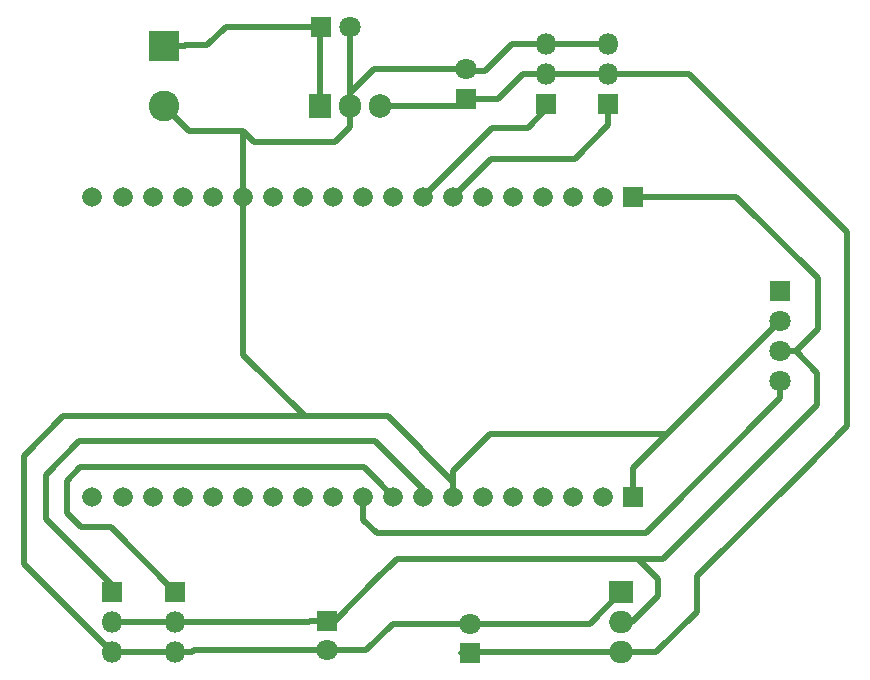
<source format=gbr>
%TF.GenerationSoftware,KiCad,Pcbnew,(5.1.12)-1*%
%TF.CreationDate,2022-11-28T15:07:04-05:00*%
%TF.ProjectId,Acceso,41636365-736f-42e6-9b69-6361645f7063,rev?*%
%TF.SameCoordinates,Original*%
%TF.FileFunction,Copper,L1,Top*%
%TF.FilePolarity,Positive*%
%FSLAX46Y46*%
G04 Gerber Fmt 4.6, Leading zero omitted, Abs format (unit mm)*
G04 Created by KiCad (PCBNEW (5.1.12)-1) date 2022-11-28 15:07:04*
%MOMM*%
%LPD*%
G01*
G04 APERTURE LIST*
%TA.AperFunction,ComponentPad*%
%ADD10O,1.905000X2.000000*%
%TD*%
%TA.AperFunction,ComponentPad*%
%ADD11R,1.905000X2.000000*%
%TD*%
%TA.AperFunction,ComponentPad*%
%ADD12C,1.665000*%
%TD*%
%TA.AperFunction,ComponentPad*%
%ADD13R,1.665000X1.665000*%
%TD*%
%TA.AperFunction,ComponentPad*%
%ADD14C,1.800000*%
%TD*%
%TA.AperFunction,ComponentPad*%
%ADD15R,1.800000X1.800000*%
%TD*%
%TA.AperFunction,ComponentPad*%
%ADD16C,2.600000*%
%TD*%
%TA.AperFunction,ComponentPad*%
%ADD17R,2.600000X2.600000*%
%TD*%
%TA.AperFunction,ComponentPad*%
%ADD18O,2.000000X1.905000*%
%TD*%
%TA.AperFunction,ComponentPad*%
%ADD19R,2.000000X1.905000*%
%TD*%
%TA.AperFunction,ComponentPad*%
%ADD20O,1.800000X1.800000*%
%TD*%
%TA.AperFunction,ComponentPad*%
%ADD21R,1.700000X1.700000*%
%TD*%
%TA.AperFunction,Conductor*%
%ADD22C,0.500000*%
%TD*%
G04 APERTURE END LIST*
D10*
%TO.P,U3,3*%
%TO.N,Vo5*%
X13380000Y12850000D03*
%TO.P,U3,2*%
%TO.N,GND*%
X10840000Y12850000D03*
D11*
%TO.P,U3,1*%
%TO.N,Net-(C2-Pad1)*%
X8300000Y12850000D03*
%TD*%
D12*
%TO.P,U1,37*%
%TO.N,Net-(U1-Pad37)*%
X-8380000Y-20250000D03*
%TO.P,U1,36*%
%TO.N,Net-(U1-Pad36)*%
X-5840000Y-20250000D03*
%TO.P,U1,35*%
%TO.N,Net-(U1-Pad35)*%
X-3300000Y-20250000D03*
%TO.P,U1,34*%
%TO.N,Net-(U1-Pad34)*%
X-760000Y-20250000D03*
%TO.P,U1,33*%
%TO.N,Net-(U1-Pad33)*%
X1780000Y-20250000D03*
%TO.P,U1,32*%
%TO.N,Net-(U1-Pad32)*%
X4320000Y-20250000D03*
%TO.P,U1,31*%
%TO.N,Net-(U1-Pad31)*%
X6860000Y-20250000D03*
%TO.P,U1,30*%
%TO.N,Net-(U1-Pad30)*%
X9400000Y-20250000D03*
%TO.P,U1,29*%
%TO.N,IO5*%
X11940000Y-20250000D03*
%TO.P,U1,28*%
%TO.N,IO18*%
X14480000Y-20250000D03*
%TO.P,U1,27*%
%TO.N,IO19*%
X17020000Y-20250000D03*
%TO.P,U1,26*%
%TO.N,GND*%
X19560000Y-20250000D03*
%TO.P,U1,25*%
%TO.N,Net-(U1-Pad25)*%
X22100000Y-20250000D03*
%TO.P,U1,24*%
%TO.N,Net-(U1-Pad24)*%
X24640000Y-20250000D03*
%TO.P,U1,23*%
%TO.N,Net-(U1-Pad23)*%
X27180000Y-20250000D03*
%TO.P,U1,22*%
%TO.N,Net-(U1-Pad22)*%
X29720000Y-20250000D03*
%TO.P,U1,21*%
%TO.N,Net-(U1-Pad21)*%
X32260000Y-20250000D03*
D13*
%TO.P,U1,20*%
%TO.N,GND*%
X34800000Y-20250000D03*
D12*
%TO.P,U1,18*%
%TO.N,Net-(U1-Pad18)*%
X-8380000Y5150000D03*
%TO.P,U1,17*%
%TO.N,Net-(U1-Pad17)*%
X-5840000Y5150000D03*
%TO.P,U1,16*%
%TO.N,Net-(U1-Pad16)*%
X-3300000Y5150000D03*
%TO.P,U1,15*%
%TO.N,Net-(U1-Pad15)*%
X-760000Y5150000D03*
%TO.P,U1,14*%
%TO.N,GND*%
X1780000Y5150000D03*
%TO.P,U1,13*%
%TO.N,Net-(U1-Pad13)*%
X4320000Y5150000D03*
%TO.P,U1,12*%
%TO.N,Net-(U1-Pad12)*%
X6860000Y5150000D03*
%TO.P,U1,11*%
%TO.N,Net-(U1-Pad11)*%
X9400000Y5150000D03*
%TO.P,U1,10*%
%TO.N,Net-(U1-Pad10)*%
X11940000Y5150000D03*
%TO.P,U1,9*%
%TO.N,Net-(U1-Pad9)*%
X14480000Y5150000D03*
%TO.P,U1,8*%
%TO.N,IO33*%
X17020000Y5150000D03*
%TO.P,U1,7*%
%TO.N,IO32*%
X19560000Y5150000D03*
%TO.P,U1,6*%
%TO.N,Net-(U1-Pad6)*%
X22100000Y5150000D03*
%TO.P,U1,5*%
%TO.N,Net-(U1-Pad5)*%
X24640000Y5150000D03*
%TO.P,U1,4*%
%TO.N,Net-(U1-Pad4)*%
X27180000Y5150000D03*
%TO.P,U1,3*%
%TO.N,Net-(U1-Pad3)*%
X29720000Y5150000D03*
%TO.P,U1,2*%
%TO.N,Net-(U1-Pad2)*%
X32260000Y5150000D03*
D13*
%TO.P,U1,1*%
%TO.N,Vo33*%
X34800000Y5150000D03*
D12*
%TO.P,U1,19*%
%TO.N,Net-(U1-Pad19)*%
X-11000000Y5150000D03*
%TO.P,U1,38*%
%TO.N,Net-(U1-Pad38)*%
X-10980000Y-20250000D03*
%TD*%
D14*
%TO.P,C4,2*%
%TO.N,GND*%
X20950000Y-31000000D03*
D15*
%TO.P,C4,1*%
%TO.N,Vo5*%
X20950000Y-33500000D03*
%TD*%
D14*
%TO.P,C3,2*%
%TO.N,GND*%
X20650000Y15950000D03*
D15*
%TO.P,C3,1*%
%TO.N,Vo5*%
X20650000Y13450000D03*
%TD*%
D14*
%TO.P,C2,2*%
%TO.N,GND*%
X10850000Y19550000D03*
D15*
%TO.P,C2,1*%
%TO.N,Net-(C2-Pad1)*%
X8350000Y19550000D03*
%TD*%
D14*
%TO.P,C1,2*%
%TO.N,GND*%
X8850000Y-33250000D03*
D15*
%TO.P,C1,1*%
%TO.N,Vo33*%
X8850000Y-30750000D03*
%TD*%
D14*
%TO.P,D1,4*%
%TO.N,IO5*%
X47250000Y-10470000D03*
%TO.P,D1,3*%
%TO.N,Vo33*%
X47250000Y-7930000D03*
%TO.P,D1,2*%
%TO.N,GND*%
X47250000Y-5390000D03*
D15*
%TO.P,D1,1*%
%TO.N,Net-(D1-Pad1)*%
X47250000Y-2850000D03*
%TD*%
D16*
%TO.P,J5,2*%
%TO.N,GND*%
X-4950000Y12820000D03*
D17*
%TO.P,J5,1*%
%TO.N,Net-(C2-Pad1)*%
X-4950000Y17900000D03*
%TD*%
D18*
%TO.P,U2,3*%
%TO.N,Vo5*%
X33800000Y-33430000D03*
%TO.P,U2,2*%
%TO.N,Vo33*%
X33800000Y-30890000D03*
D19*
%TO.P,U2,1*%
%TO.N,GND*%
X33800000Y-28350000D03*
%TD*%
D20*
%TO.P,J4,3*%
%TO.N,GND*%
X27450000Y18080000D03*
%TO.P,J4,2*%
%TO.N,Vo5*%
X27450000Y15540000D03*
D21*
%TO.P,J4,1*%
%TO.N,IO33*%
X27450000Y13000000D03*
%TD*%
D20*
%TO.P,J3,3*%
%TO.N,GND*%
X-3950000Y-33380000D03*
%TO.P,J3,2*%
%TO.N,Vo33*%
X-3950000Y-30840000D03*
D21*
%TO.P,J3,1*%
%TO.N,IO18*%
X-3950000Y-28300000D03*
%TD*%
D20*
%TO.P,J2,3*%
%TO.N,GND*%
X-9350000Y-33380000D03*
%TO.P,J2,2*%
%TO.N,Vo33*%
X-9350000Y-30840000D03*
D21*
%TO.P,J2,1*%
%TO.N,IO19*%
X-9350000Y-28300000D03*
%TD*%
D20*
%TO.P,J1,3*%
%TO.N,GND*%
X32700000Y18080000D03*
%TO.P,J1,2*%
%TO.N,Vo5*%
X32700000Y15540000D03*
D15*
%TO.P,J1,1*%
%TO.N,IO32*%
X32700000Y13000000D03*
%TD*%
D22*
%TO.N,IO5*%
X11940000Y-22190000D02*
X11940000Y-20250000D01*
X35850000Y-23350000D02*
X13100000Y-23350000D01*
X13100000Y-23350000D02*
X11940000Y-22190000D01*
X36200000Y-23000000D02*
X35850000Y-23350000D01*
X36200000Y-22950000D02*
X36200000Y-23000000D01*
X47250000Y-11900000D02*
X36200000Y-22950000D01*
X47250000Y-10470000D02*
X47250000Y-11900000D01*
%TO.N,GND*%
X1780000Y10715000D02*
X-2845000Y10715000D01*
X-2845000Y10715000D02*
X-4950000Y12820000D01*
X1780000Y10715000D02*
X1780000Y5150000D01*
X20250000Y-31000000D02*
X31150000Y-31000000D01*
X31150000Y-31000000D02*
X33800000Y-28350000D01*
X27450000Y18080000D02*
X24580000Y18080000D01*
X24580000Y18080000D02*
X22250000Y15750000D01*
X32700000Y18080000D02*
X27450000Y18080000D01*
X-9350000Y-33380000D02*
X-12975200Y-29754800D01*
X34800000Y-18963000D02*
X34800000Y-20250000D01*
X34800000Y-17840000D02*
X34800000Y-18963000D01*
X-3950000Y-33380000D02*
X-9350000Y-33380000D01*
X-2550000Y-33380000D02*
X-2420000Y-33250000D01*
X-2420000Y-33250000D02*
X8850000Y-33250000D01*
X-3950000Y-33380000D02*
X-2550000Y-33380000D01*
X22680000Y-14970000D02*
X37670000Y-14970000D01*
X19560000Y-18090000D02*
X22680000Y-14970000D01*
X37670000Y-14970000D02*
X34800000Y-17840000D01*
X47250000Y-5390000D02*
X37670000Y-14970000D01*
X16838400Y-16238400D02*
X14050000Y-13450000D01*
X14050000Y-13450000D02*
X-13450000Y-13450000D01*
X-13450000Y-13450000D02*
X-16800000Y-16800000D01*
X-16800000Y-25930000D02*
X-12975200Y-29754800D01*
X-16800000Y-16800000D02*
X-16800000Y-25930000D01*
X14050000Y-13450000D02*
X7000000Y-13450000D01*
X1780000Y-8230000D02*
X1780000Y5150000D01*
X7000000Y-13450000D02*
X1780000Y-8230000D01*
X16838400Y-16238400D02*
X16838400Y-16288400D01*
X19490000Y-18940000D02*
X19560000Y-18940000D01*
X16838400Y-16288400D02*
X19490000Y-18940000D01*
X19560000Y-18940000D02*
X19560000Y-18090000D01*
X19560000Y-20250000D02*
X19560000Y-18940000D01*
X8850000Y-33250000D02*
X12200000Y-33250000D01*
X14450000Y-31000000D02*
X20250000Y-31000000D01*
X12200000Y-33250000D02*
X14450000Y-31000000D01*
X10840000Y12850000D02*
X10840000Y11090000D01*
X10840000Y11090000D02*
X9550000Y9800000D01*
X2695000Y9800000D02*
X1780000Y10715000D01*
X9550000Y9800000D02*
X2695000Y9800000D01*
X11250000Y13260000D02*
X10840000Y12850000D01*
X10850000Y12860000D02*
X10840000Y12850000D01*
X10850000Y19550000D02*
X10850000Y12860000D01*
X10840000Y12850000D02*
X10840000Y11710000D01*
X10840000Y12850000D02*
X10840000Y13940000D01*
X12850000Y15950000D02*
X20650000Y15950000D01*
X10840000Y13940000D02*
X12850000Y15950000D01*
X20850000Y15750000D02*
X20650000Y15950000D01*
X22250000Y15750000D02*
X20850000Y15750000D01*
%TO.N,IO19*%
X-14950000Y-22150000D02*
X-9350000Y-27750000D01*
X-14950000Y-18400000D02*
X-14950000Y-22150000D01*
X-12100000Y-15550000D02*
X-14950000Y-18400000D01*
X12950000Y-15550000D02*
X-12100000Y-15550000D01*
X17020000Y-19620000D02*
X12950000Y-15550000D01*
X-9350000Y-27750000D02*
X-9350000Y-28300000D01*
X17020000Y-20250000D02*
X17020000Y-19620000D01*
%TO.N,IO18*%
X-9400000Y-22850000D02*
X-3950000Y-28300000D01*
X-13150000Y-21650000D02*
X-11950000Y-22850000D01*
X-13150000Y-18900000D02*
X-13150000Y-21650000D01*
X-12000000Y-17750000D02*
X-13150000Y-18900000D01*
X12000000Y-17750000D02*
X-12000000Y-17750000D01*
X-11950000Y-22850000D02*
X-9400000Y-22850000D01*
X13193500Y-18943500D02*
X12000000Y-17750000D01*
X13193500Y-18963500D02*
X13193500Y-18943500D01*
X14480000Y-20250000D02*
X13193500Y-18963500D01*
%TO.N,Vo33*%
X8850000Y-30750000D02*
X7450000Y-30750000D01*
X-3950000Y-30840000D02*
X7360000Y-30840000D01*
X7360000Y-30840000D02*
X7450000Y-30750000D01*
X-9350000Y-30840000D02*
X-3950000Y-30840000D01*
X8850000Y-30750000D02*
X9550000Y-30750000D01*
X13225000Y-27075000D02*
X14300000Y-26000000D01*
X9550000Y-30750000D02*
X13225000Y-27075000D01*
X13225000Y-27075000D02*
X13404300Y-26895700D01*
X14300000Y-26000000D02*
X14800000Y-25500000D01*
X14800000Y-25500000D02*
X35200000Y-25500000D01*
X33800000Y-30890000D02*
X34710000Y-30890000D01*
X34710000Y-30890000D02*
X36900000Y-28700000D01*
X36900000Y-27200000D02*
X35200000Y-25500000D01*
X36900000Y-28700000D02*
X36900000Y-27200000D01*
X50400000Y-9750000D02*
X48580000Y-7930000D01*
X50400000Y-12450000D02*
X50400000Y-9750000D01*
X37350000Y-25500000D02*
X50400000Y-12450000D01*
X48580000Y-7930000D02*
X47250000Y-7930000D01*
X35200000Y-25500000D02*
X37350000Y-25500000D01*
X43550000Y5150000D02*
X50452400Y-1752400D01*
X34800000Y5150000D02*
X43550000Y5150000D01*
X50452400Y-6057600D02*
X48580000Y-7930000D01*
X50452400Y-1752400D02*
X50452400Y-6057600D01*
%TO.N,Vo5*%
X32700000Y15540000D02*
X28850000Y15540000D01*
X27450000Y15540000D02*
X28850000Y15540000D01*
X33800000Y-33430000D02*
X21720000Y-33430000D01*
X21720000Y-33430000D02*
X21650000Y-33500000D01*
X20250000Y-33500000D02*
X21650000Y-33500000D01*
X49333300Y-17896700D02*
X49333300Y-17866700D01*
X27450000Y15540000D02*
X25490000Y15540000D01*
X25490000Y15540000D02*
X23350000Y13400000D01*
X23350000Y13400000D02*
X20750000Y13400000D01*
X33800000Y-33430000D02*
X36770000Y-33430000D01*
X36770000Y-33430000D02*
X40200000Y-30000000D01*
X40200000Y-27000000D02*
X49333300Y-17866700D01*
X40200000Y-30000000D02*
X40200000Y-27000000D01*
X13380000Y12850000D02*
X13380000Y12420000D01*
X20050000Y12850000D02*
X20650000Y13450000D01*
X13380000Y12850000D02*
X20050000Y12850000D01*
X52900000Y-14300000D02*
X49333300Y-17866700D01*
X39490000Y15540000D02*
X39525000Y15575000D01*
X52900000Y2200000D02*
X52900000Y-14300000D01*
X39525000Y15575000D02*
X52900000Y2200000D01*
X32700000Y15540000D02*
X39490000Y15540000D01*
%TO.N,IO32*%
X32700000Y11200000D02*
X32700000Y13000000D01*
X29850000Y8350000D02*
X32700000Y11200000D01*
X22760000Y8350000D02*
X29850000Y8350000D01*
X19560000Y5150000D02*
X22760000Y8350000D01*
%TO.N,IO33*%
X22860000Y10990000D02*
X17020000Y5150000D01*
X22860000Y10990000D02*
X25890000Y10990000D01*
X27450000Y12550000D02*
X27450000Y13000000D01*
X25890000Y10990000D02*
X27450000Y12550000D01*
%TO.N,Net-(C2-Pad1)*%
X-4950000Y17900000D02*
X-3150000Y17900000D01*
X8750000Y13300000D02*
X8300000Y12850000D01*
X8350000Y19550000D02*
X300000Y19550000D01*
X300000Y19550000D02*
X-1300000Y17950000D01*
X-3100000Y17950000D02*
X-3150000Y17900000D01*
X-1300000Y17950000D02*
X-3100000Y17950000D01*
X8300000Y19500000D02*
X8350000Y19550000D01*
X8300000Y12850000D02*
X8300000Y19500000D01*
%TD*%
M02*

</source>
